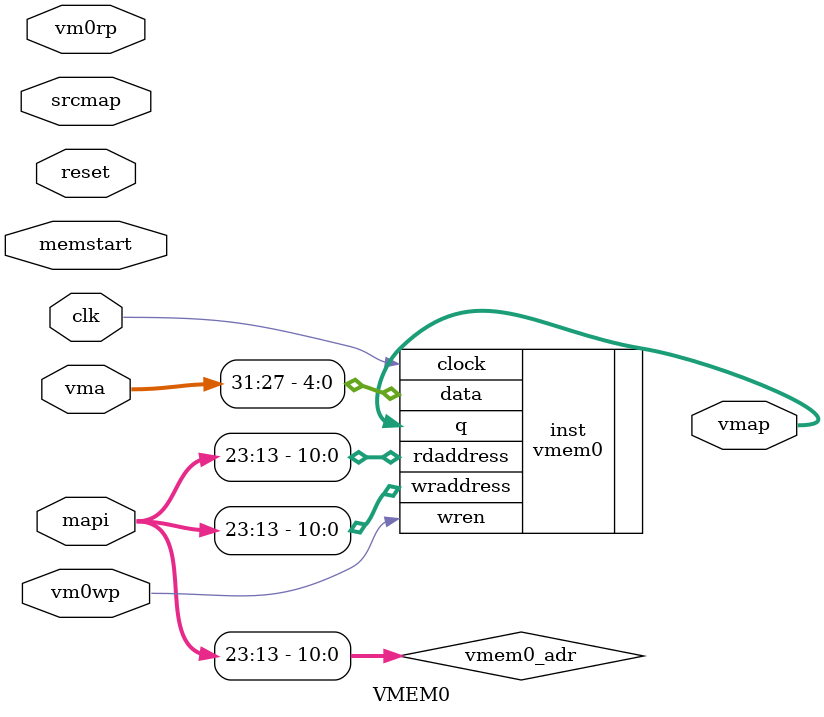
<source format=v>

`timescale 1ns/1ps
`default_nettype none

module VMEM0(/*AUTOARG*/
   // Outputs
   vmap,
   // Inputs
   clk, reset, mapi, vma, memstart, srcmap, vm0rp, vm0wp
   );

   input wire clk;
   input wire reset;

   input [23:8] mapi;
   input [31:0] vma;
   input wire memstart;
   input wire srcmap;
   input wire vm0rp;
   input wire vm0wp;
   output [4:0] vmap;

   ////////////////////////////////////////////////////////////////////////////////

   localparam ADDR_WIDTH = 11;
   localparam DATA_WIDTH = 5;
   localparam MEM_DEPTH = 2048;

   wire [10:0] vmem0_adr;
   wire use_map;

   ////////////////////////////////////////////////////////////////////////////////

   assign vmem0_adr = mapi[23:13];
//`define INFER

`ifdef INFER
   reg [4:0] ram [0:2047];
   reg [4:0] out_a;

   assign vmap = out_a;


   always @(posedge clk)
     if (1'b0) begin
       ram[vmem0_adr] <= 5'b0;
     end else if (vm0wp) begin
       ram[vmem0_adr] <= vma[31:27];
     end

   always @(posedge clk)
     if (reset)
       out_a <= 0;
     else if (vm0rp && ~vm0wp) begin
       out_a <= ram[vmem0_adr];
     end
`elsif ISE
   wire ena_a = vm0rp && ~vm0wp | 1'b0;
   wire ena_b = 1'b0 | vm0wp;

   ise_VMEM0 inst
     (
      .clka(clk),
      .ena(ena_a),
      .wea(1'b0),
      .addra(vmem0_adr),
      .dina(5'b0),
      .douta(vmap),
      .clkb(clk),
      .enb(ena_b),
      .web(vm0wp),
      .addrb(vmem0_adr),
      .dinb(vma[31:27]),
      .doutb()
      /*AUTOINST*/);
		
`else 

vmem0 inst(
	.clock(clk),
	.data(vma[31:27]),
	.rdaddress(vmem0_adr),
	.wraddress(vmem0_adr),
	.wren(vm0wp),
	.q(vmap)
);

`endif

   assign use_map = srcmap | memstart;

endmodule

`default_nettype wire

// Local Variables:
// verilog-library-directories: (".." "../cores/xilinx")
// End:

</source>
